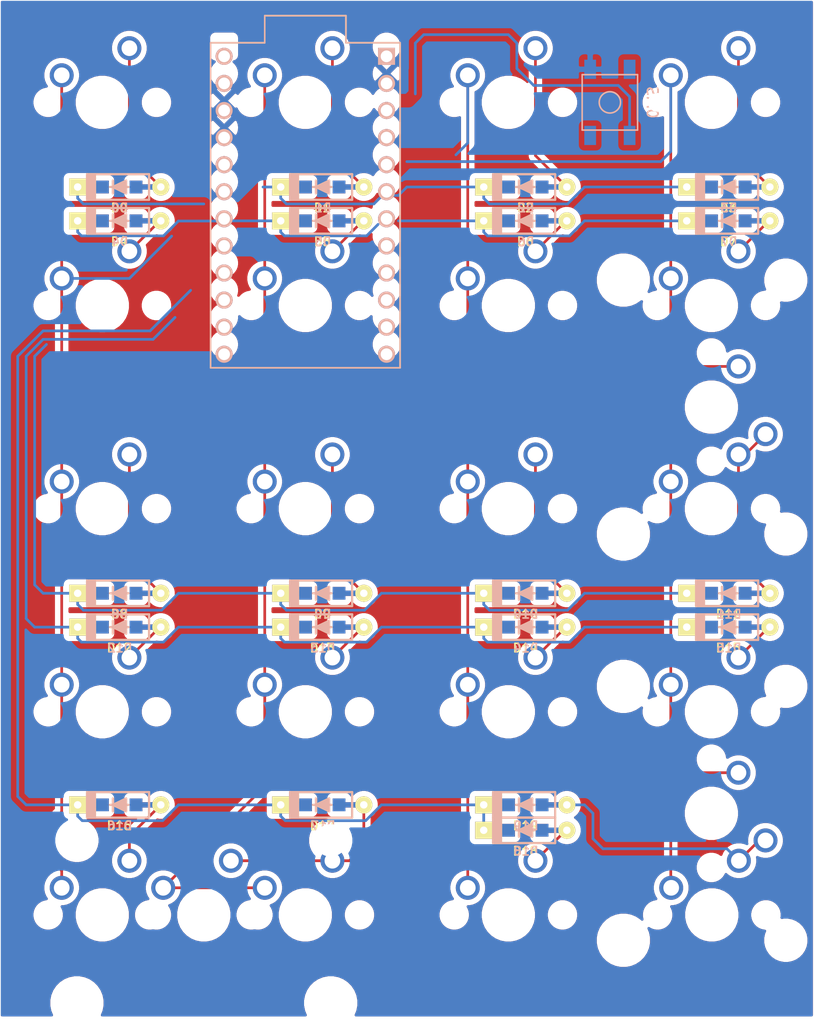
<source format=kicad_pcb>
(kicad_pcb (version 20171130) (host pcbnew "(5.1.4)-1")
  (layers (0 F.Cu signal) (31 B.Cu signal) (34 B.Paste user) (35 F.Paste user) (36 B.SilkS user) (37 F.SilkS user) (38 B.Mask user) (39 F.Mask user) (44 Edge.Cuts user))
  (net 0 "")
  (net 1 "Net-(D0-Pad2)")
  (net 2 ROW0)
  (net 3 "Net-(D1-Pad2)")
  (net 4 "Net-(D2-Pad2)")
  (net 5 "Net-(D3-Pad2)")
  (net 6 "Net-(D4-Pad2)")
  (net 7 ROW1)
  (net 8 "Net-(D5-Pad2)")
  (net 9 "Net-(D6-Pad2)")
  (net 10 "Net-(D7-Pad2)")
  (net 11 "Net-(D8-Pad2)")
  (net 12 ROW2)
  (net 13 "Net-(D9-Pad2)")
  (net 14 "Net-(D10-Pad2)")
  (net 15 "Net-(D11-Pad2)")
  (net 16 "Net-(D12-Pad2)")
  (net 17 ROW3)
  (net 18 "Net-(D13-Pad2)")
  (net 19 "Net-(D14-Pad2)")
  (net 20 "Net-(D15-Pad2)")
  (net 21 "Net-(D16-Pad2)")
  (net 22 ROW4)
  (net 23 "Net-(D17-Pad2)")
  (net 24 "Net-(D18-Pad2)")
  (net 25 "Net-(D19-Pad2)")
  (net 26 COL0)
  (net 27 COL1)
  (net 28 COL2)
  (net 29 COL3)
  (net 30 "Net-(U0-Pad24)")
  (net 31 GND)
  (net 32 RESET)
  (net 33 VCC)
  (net 34 "Net-(U0-Pad17)")
  (net 35 "Net-(U0-Pad16)")
  (net 36 "Net-(U0-Pad15)")
  (net 37 "Net-(U0-Pad14)")
  (net 38 "Net-(U0-Pad13)")
  (net 39 "Net-(U0-Pad6)")
  (net 40 "Net-(U0-Pad5)")
  (net 41 "Net-(U0-Pad2)")
  (net 42 "Net-(U0-Pad1)")
  (module mini-MX-Tweaks:MXOnly-1U-NoLED_tweak (layer F.Cu) (at 71.4375 60.325)
    (fp_text reference MX6)
    (fp_text value MX-NoLED)
    (pad 2 thru_hole circle (at 2.54 -5.08) (size 2.25 2.25) (drill 1.47) (layers *.Cu *.Mask) (net 9 "Net-(D6-Pad2)"))
    (pad "" np_thru_hole circle (at 0 0) (size 3.9878 3.9878) (drill 3.9878) (layers *.Cu *.Mask))
    (pad 1 thru_hole circle (at -3.81 -2.54) (size 2.25 2.25) (drill 1.47) (layers *.Cu *.Mask) (net 28 COL2))
    (pad "" np_thru_hole circle (at -5.08 0 48.0996) (size 1.75 1.75) (drill 1.75) (layers *.Cu *.Mask))
    (pad "" np_thru_hole circle (at 5.08 0 48.0996) (size 1.75 1.75) (drill 1.75) (layers *.Cu *.Mask))
  )
  (module mini-MX-Tweaks:MXOnly-1U-NoLED_tweak (layer F.Cu) (at 52.3875 41.275)
    (fp_text reference MX1)
    (fp_text value MX-NoLED)
    (pad 2 thru_hole circle (at 2.54 -5.08) (size 2.25 2.25) (drill 1.47) (layers *.Cu *.Mask) (net 3 "Net-(D1-Pad2)"))
    (pad "" np_thru_hole circle (at 0 0) (size 3.9878 3.9878) (drill 3.9878) (layers *.Cu *.Mask))
    (pad 1 thru_hole circle (at -3.81 -2.54) (size 2.25 2.25) (drill 1.47) (layers *.Cu *.Mask) (net 27 COL1))
    (pad "" np_thru_hole circle (at -5.08 0 48.0996) (size 1.75 1.75) (drill 1.75) (layers *.Cu *.Mask))
    (pad "" np_thru_hole circle (at 5.08 0 48.0996) (size 1.75 1.75) (drill 1.75) (layers *.Cu *.Mask))
  )
  (module mini-general-tweaks:D_SOD123_axial-dual (layer F.Cu) (at 34.925 52.3875)
    (fp_text reference D4 (at 0 1.9552) (layer F.SilkS) (effects (font (size 0.8 0.8))))
    (fp_text value D_Small hide)
    (fp_text user %R (at 0.07 1.96 -180) (layer B.SilkS) (effects (font (size 0.8 0.8)) (justify mirror)))
    (pad 2 smd rect (at 2.7 0) (size 2.5 0.5) (layers F.Cu) (net 6 "Net-(D4-Pad2)"))
    (pad 1 smd rect (at -2.7 0) (size 2.5 0.5) (layers F.Cu) (net 7 ROW1))
    (pad 2 thru_hole circle (at 3.9 0) (size 1.6 1.6) (drill 0.7) (layers *.Cu *.Mask F.SilkS) (net 6 "Net-(D4-Pad2)"))
    (pad 1 thru_hole rect (at -3.9 0) (size 1.6 1.6) (drill 0.7) (layers *.Cu *.Mask F.SilkS) (net 7 ROW1))
    (pad 1 smd rect (at -1.575 0) (size 1.2 1.2) (layers F.Cu F.Paste F.Mask) (net 7 ROW1))
    (pad 2 smd rect (at 1.575 0) (size 1.2 1.2) (layers F.Cu F.Paste F.Mask) (net 6 "Net-(D4-Pad2)"))
    (pad 2 smd rect (at 2.7 0) (size 2.5 0.5) (layers B.Cu) (net 6 "Net-(D4-Pad2)"))
    (pad 2 smd rect (at 1.575 0) (size 1.2 1.2) (layers B.Cu B.Paste B.Mask) (net 6 "Net-(D4-Pad2)"))
    (pad 1 smd rect (at -1.575 0) (size 1.2 1.2) (layers B.Cu B.Paste B.Mask) (net 7 ROW1))
    (pad 1 smd rect (at -2.7 0) (size 2.5 0.5) (layers B.Cu) (net 7 ROW1))
  )
  (module promicro:ProMicro (layer B.Cu) (at 52.3875 50.927 270)
    (fp_text reference U0 hide)
    (fp_text value ProMicro)
    (pad 24 thru_hole circle (at -13.97 7.62 270) (size 1.6 1.6) (drill 1.1) (layers *.Cu *.Mask B.SilkS) (net 30 "Net-(U0-Pad24)"))
    (pad 23 thru_hole circle (at -11.43 7.62 270) (size 1.6 1.6) (drill 1.1) (layers *.Cu *.Mask B.SilkS) (net 31 GND))
    (pad 22 thru_hole circle (at -8.89 7.62 270) (size 1.6 1.6) (drill 1.1) (layers *.Cu *.Mask B.SilkS) (net 32 RESET))
    (pad 21 thru_hole circle (at -6.35 7.62 270) (size 1.6 1.6) (drill 1.1) (layers *.Cu *.Mask B.SilkS) (net 33 VCC))
    (pad 20 thru_hole circle (at -3.81 7.62 270) (size 1.6 1.6) (drill 1.1) (layers *.Cu *.Mask B.SilkS) (net 28 COL2))
    (pad 19 thru_hole circle (at -1.27 7.62 270) (size 1.6 1.6) (drill 1.1) (layers *.Cu *.Mask B.SilkS) (net 29 COL3))
    (pad 18 thru_hole circle (at 1.27 7.62 270) (size 1.6 1.6) (drill 1.1) (layers *.Cu *.Mask B.SilkS) (net 7 ROW1))
    (pad 17 thru_hole circle (at 3.81 7.62 270) (size 1.6 1.6) (drill 1.1) (layers *.Cu *.Mask B.SilkS) (net 34 "Net-(U0-Pad17)"))
    (pad 16 thru_hole circle (at 6.35 7.62 270) (size 1.6 1.6) (drill 1.1) (layers *.Cu *.Mask B.SilkS) (net 35 "Net-(U0-Pad16)"))
    (pad 15 thru_hole circle (at 8.89 7.62 270) (size 1.6 1.6) (drill 1.1) (layers *.Cu *.Mask B.SilkS) (net 36 "Net-(U0-Pad15)"))
    (pad 14 thru_hole circle (at 11.43 7.62 270) (size 1.6 1.6) (drill 1.1) (layers *.Cu *.Mask B.SilkS) (net 37 "Net-(U0-Pad14)"))
    (pad 13 thru_hole circle (at 13.97 7.62 270) (size 1.6 1.6) (drill 1.1) (layers *.Cu *.Mask B.SilkS) (net 38 "Net-(U0-Pad13)"))
    (pad 12 thru_hole circle (at 13.97 -7.62 270) (size 1.6 1.6) (drill 1.1) (layers *.Cu *.Mask B.SilkS) (net 12 ROW2))
    (pad 11 thru_hole circle (at 11.43 -7.62 270) (size 1.6 1.6) (drill 1.1) (layers *.Cu *.Mask B.SilkS) (net 17 ROW3))
    (pad 10 thru_hole circle (at 8.89 -7.62 270) (size 1.6 1.6) (drill 1.1) (layers *.Cu *.Mask B.SilkS) (net 22 ROW4))
    (pad 9 thru_hole circle (at 6.35 -7.62 270) (size 1.6 1.6) (drill 1.1) (layers *.Cu *.Mask B.SilkS) (net 27 COL1))
    (pad 8 thru_hole circle (at 3.81 -7.62 270) (size 1.6 1.6) (drill 1.1) (layers *.Cu *.Mask B.SilkS) (net 26 COL0))
    (pad 7 thru_hole circle (at 1.27 -7.62 270) (size 1.6 1.6) (drill 1.1) (layers *.Cu *.Mask B.SilkS) (net 2 ROW0))
    (pad 6 thru_hole circle (at -1.27 -7.62 270) (size 1.6 1.6) (drill 1.1) (layers *.Cu *.Mask B.SilkS) (net 39 "Net-(U0-Pad6)"))
    (pad 5 thru_hole circle (at -3.81 -7.62 270) (size 1.6 1.6) (drill 1.1) (layers *.Cu *.Mask B.SilkS) (net 40 "Net-(U0-Pad5)"))
    (pad 4 thru_hole circle (at -6.35 -7.62 270) (size 1.6 1.6) (drill 1.1) (layers *.Cu *.Mask B.SilkS) (net 31 GND))
    (pad 3 thru_hole circle (at -8.89 -7.62 270) (size 1.6 1.6) (drill 1.1) (layers *.Cu *.Mask B.SilkS) (net 31 GND))
    (pad 2 thru_hole circle (at -11.43 -7.62 270) (size 1.6 1.6) (drill 1.1) (layers *.Cu *.Mask B.SilkS) (net 41 "Net-(U0-Pad2)"))
    (pad 1 thru_hole rect (at -13.97 -7.62 270) (size 1.6 1.6) (drill 1.1) (layers *.Cu *.Mask B.SilkS) (net 42 "Net-(U0-Pad1)"))
  )
  (module random-keyboard-parts:SKQG-1155865 (layer B.Cu) (at 80.9625 41.275 270)
    (fp_text reference SW0 (at 0 -4.064 270) (layer B.SilkS) (effects (justify mirror)))
    (fp_text value SW_Push)
    (pad 4 smd rect (at -3.1 -1.85 270) (size 1.8 1.1) (layers B.Cu B.Paste B.Mask))
    (pad 3 smd rect (at 3.1 1.85 270) (size 1.8 1.1) (layers B.Cu B.Paste B.Mask))
    (pad 2 smd rect (at -3.1 1.85 270) (size 1.8 1.1) (layers B.Cu B.Paste B.Mask) (net 31 GND))
    (pad 1 smd rect (at 3.1 -1.85 270) (size 1.8 1.1) (layers B.Cu B.Paste B.Mask) (net 32 RESET))
  )
  (module mini-MX-Tweaks:MXOnly-2U-NoLED_tweak (layer F.Cu) (at 90.4875 107.95 270)
    (fp_text reference MX22)
    (fp_text value MX-NoLED)
    (pad 2 thru_hole circle (at 2.54 -5.08 270) (size 2.25 2.25) (drill 1.47) (layers *.Cu *.Mask) (net 25 "Net-(D19-Pad2)"))
    (pad "" np_thru_hole circle (at 0 0 270) (size 3.9878 3.9878) (drill 3.9878) (layers *.Cu *.Mask))
    (pad 1 thru_hole circle (at -3.81 -2.54 270) (size 2.25 2.25) (drill 1.47) (layers *.Cu *.Mask) (net 29 COL3))
    (pad "" np_thru_hole circle (at -5.08 0 318.0996) (size 1.75 1.75) (drill 1.75) (layers *.Cu *.Mask))
    (pad "" np_thru_hole circle (at 5.08 0 318.0996) (size 1.75 1.75) (drill 1.75) (layers *.Cu *.Mask))
    (pad "" np_thru_hole circle (at -11.90625 -6.985 270) (size 3.048 3.048) (drill 3.048) (layers *.Cu *.Mask))
    (pad "" np_thru_hole circle (at 11.90625 -6.985 270) (size 3.048 3.048) (drill 3.048) (layers *.Cu *.Mask))
    (pad "" np_thru_hole circle (at -11.90625 8.255 270) (size 3.9878 3.9878) (drill 3.9878) (layers *.Cu *.Mask))
    (pad "" np_thru_hole circle (at 11.90625 8.255 270) (size 3.9878 3.9878) (drill 3.9878) (layers *.Cu *.Mask))
  )
  (module mini-MX-Tweaks:MXOnly-2U-NoLED_tweak (layer F.Cu) (at 42.8625 117.475)
    (fp_text reference MX21)
    (fp_text value MX-NoLED)
    (pad 2 thru_hole circle (at 2.54 -5.08) (size 2.25 2.25) (drill 1.47) (layers *.Cu *.Mask) (net 23 "Net-(D17-Pad2)"))
    (pad "" np_thru_hole circle (at 0 0) (size 3.9878 3.9878) (drill 3.9878) (layers *.Cu *.Mask))
    (pad 1 thru_hole circle (at -3.81 -2.54) (size 2.25 2.25) (drill 1.47) (layers *.Cu *.Mask) (net 27 COL1))
    (pad "" np_thru_hole circle (at -5.08 0 48.0996) (size 1.75 1.75) (drill 1.75) (layers *.Cu *.Mask))
    (pad "" np_thru_hole circle (at 5.08 0 48.0996) (size 1.75 1.75) (drill 1.75) (layers *.Cu *.Mask))
    (pad "" np_thru_hole circle (at -11.90625 -6.985) (size 3.048 3.048) (drill 3.048) (layers *.Cu *.Mask))
    (pad "" np_thru_hole circle (at 11.90625 -6.985) (size 3.048 3.048) (drill 3.048) (layers *.Cu *.Mask))
    (pad "" np_thru_hole circle (at -11.90625 8.255) (size 3.9878 3.9878) (drill 3.9878) (layers *.Cu *.Mask))
    (pad "" np_thru_hole circle (at 11.90625 8.255) (size 3.9878 3.9878) (drill 3.9878) (layers *.Cu *.Mask))
  )
  (module mini-MX-Tweaks:MXOnly-2U-NoLED_tweak (layer F.Cu) (at 90.4875 69.85 270)
    (fp_text reference MX20)
    (fp_text value MX-NoLED)
    (pad 2 thru_hole circle (at 2.54 -5.08 270) (size 2.25 2.25) (drill 1.47) (layers *.Cu *.Mask) (net 15 "Net-(D11-Pad2)"))
    (pad "" np_thru_hole circle (at 0 0 270) (size 3.9878 3.9878) (drill 3.9878) (layers *.Cu *.Mask))
    (pad 1 thru_hole circle (at -3.81 -2.54 270) (size 2.25 2.25) (drill 1.47) (layers *.Cu *.Mask) (net 29 COL3))
    (pad "" np_thru_hole circle (at -5.08 0 318.0996) (size 1.75 1.75) (drill 1.75) (layers *.Cu *.Mask))
    (pad "" np_thru_hole circle (at 5.08 0 318.0996) (size 1.75 1.75) (drill 1.75) (layers *.Cu *.Mask))
    (pad "" np_thru_hole circle (at -11.90625 -6.985 270) (size 3.048 3.048) (drill 3.048) (layers *.Cu *.Mask))
    (pad "" np_thru_hole circle (at 11.90625 -6.985 270) (size 3.048 3.048) (drill 3.048) (layers *.Cu *.Mask))
    (pad "" np_thru_hole circle (at -11.90625 8.255 270) (size 3.9878 3.9878) (drill 3.9878) (layers *.Cu *.Mask))
    (pad "" np_thru_hole circle (at 11.90625 8.255 270) (size 3.9878 3.9878) (drill 3.9878) (layers *.Cu *.Mask))
  )
  (module mini-MX-Tweaks:MXOnly-1U-NoLED_tweak (layer F.Cu) (at 90.526001 117.475)
    (fp_text reference MX19)
    (fp_text value MX-NoLED)
    (pad 2 thru_hole circle (at 2.54 -5.08) (size 2.25 2.25) (drill 1.47) (layers *.Cu *.Mask) (net 25 "Net-(D19-Pad2)"))
    (pad "" np_thru_hole circle (at 0 0) (size 3.9878 3.9878) (drill 3.9878) (layers *.Cu *.Mask))
    (pad 1 thru_hole circle (at -3.81 -2.54) (size 2.25 2.25) (drill 1.47) (layers *.Cu *.Mask) (net 29 COL3))
    (pad "" np_thru_hole circle (at -5.08 0 48.0996) (size 1.75 1.75) (drill 1.75) (layers *.Cu *.Mask))
    (pad "" np_thru_hole circle (at 5.08 0 48.0996) (size 1.75 1.75) (drill 1.75) (layers *.Cu *.Mask))
  )
  (module mini-MX-Tweaks:MXOnly-1U-NoLED_tweak (layer F.Cu) (at 71.4375 117.475)
    (fp_text reference MX18)
    (fp_text value MX-NoLED)
    (pad 2 thru_hole circle (at 2.54 -5.08) (size 2.25 2.25) (drill 1.47) (layers *.Cu *.Mask) (net 24 "Net-(D18-Pad2)"))
    (pad "" np_thru_hole circle (at 0 0) (size 3.9878 3.9878) (drill 3.9878) (layers *.Cu *.Mask))
    (pad 1 thru_hole circle (at -3.81 -2.54) (size 2.25 2.25) (drill 1.47) (layers *.Cu *.Mask) (net 28 COL2))
    (pad "" np_thru_hole circle (at -5.08 0 48.0996) (size 1.75 1.75) (drill 1.75) (layers *.Cu *.Mask))
    (pad "" np_thru_hole circle (at 5.08 0 48.0996) (size 1.75 1.75) (drill 1.75) (layers *.Cu *.Mask))
  )
  (module mini-MX-Tweaks:MXOnly-1U-NoLED_tweak (layer F.Cu) (at 52.3875 117.475)
    (fp_text reference MX17)
    (fp_text value MX-NoLED)
    (pad 2 thru_hole circle (at 2.54 -5.08) (size 2.25 2.25) (drill 1.47) (layers *.Cu *.Mask) (net 23 "Net-(D17-Pad2)"))
    (pad "" np_thru_hole circle (at 0 0) (size 3.9878 3.9878) (drill 3.9878) (layers *.Cu *.Mask))
    (pad 1 thru_hole circle (at -3.81 -2.54) (size 2.25 2.25) (drill 1.47) (layers *.Cu *.Mask) (net 27 COL1))
    (pad "" np_thru_hole circle (at -5.08 0 48.0996) (size 1.75 1.75) (drill 1.75) (layers *.Cu *.Mask))
    (pad "" np_thru_hole circle (at 5.08 0 48.0996) (size 1.75 1.75) (drill 1.75) (layers *.Cu *.Mask))
  )
  (module mini-MX-Tweaks:MXOnly-1U-NoLED_tweak (layer F.Cu) (at 33.3375 117.475)
    (fp_text reference MX16)
    (fp_text value MX-NoLED)
    (pad 2 thru_hole circle (at 2.54 -5.08) (size 2.25 2.25) (drill 1.47) (layers *.Cu *.Mask) (net 21 "Net-(D16-Pad2)"))
    (pad "" np_thru_hole circle (at 0 0) (size 3.9878 3.9878) (drill 3.9878) (layers *.Cu *.Mask))
    (pad 1 thru_hole circle (at -3.81 -2.54) (size 2.25 2.25) (drill 1.47) (layers *.Cu *.Mask) (net 26 COL0))
    (pad "" np_thru_hole circle (at -5.08 0 48.0996) (size 1.75 1.75) (drill 1.75) (layers *.Cu *.Mask))
    (pad "" np_thru_hole circle (at 5.08 0 48.0996) (size 1.75 1.75) (drill 1.75) (layers *.Cu *.Mask))
  )
  (module mini-MX-Tweaks:MXOnly-1U-NoLED_tweak (layer F.Cu) (at 90.4875 98.425)
    (fp_text reference MX15)
    (fp_text value MX-NoLED)
    (pad 2 thru_hole circle (at 2.54 -5.08) (size 2.25 2.25) (drill 1.47) (layers *.Cu *.Mask) (net 20 "Net-(D15-Pad2)"))
    (pad "" np_thru_hole circle (at 0 0) (size 3.9878 3.9878) (drill 3.9878) (layers *.Cu *.Mask))
    (pad 1 thru_hole circle (at -3.81 -2.54) (size 2.25 2.25) (drill 1.47) (layers *.Cu *.Mask) (net 29 COL3))
    (pad "" np_thru_hole circle (at -5.08 0 48.0996) (size 1.75 1.75) (drill 1.75) (layers *.Cu *.Mask))
    (pad "" np_thru_hole circle (at 5.08 0 48.0996) (size 1.75 1.75) (drill 1.75) (layers *.Cu *.Mask))
  )
  (module mini-MX-Tweaks:MXOnly-1U-NoLED_tweak (layer F.Cu) (at 71.4375 98.425)
    (fp_text reference MX14)
    (fp_text value MX-NoLED)
    (pad 2 thru_hole circle (at 2.54 -5.08) (size 2.25 2.25) (drill 1.47) (layers *.Cu *.Mask) (net 19 "Net-(D14-Pad2)"))
    (pad "" np_thru_hole circle (at 0 0) (size 3.9878 3.9878) (drill 3.9878) (layers *.Cu *.Mask))
    (pad 1 thru_hole circle (at -3.81 -2.54) (size 2.25 2.25) (drill 1.47) (layers *.Cu *.Mask) (net 28 COL2))
    (pad "" np_thru_hole circle (at -5.08 0 48.0996) (size 1.75 1.75) (drill 1.75) (layers *.Cu *.Mask))
    (pad "" np_thru_hole circle (at 5.08 0 48.0996) (size 1.75 1.75) (drill 1.75) (layers *.Cu *.Mask))
  )
  (module mini-MX-Tweaks:MXOnly-1U-NoLED_tweak (layer F.Cu) (at 52.3875 98.425)
    (fp_text reference MX13)
    (fp_text value MX-NoLED)
    (pad 2 thru_hole circle (at 2.54 -5.08) (size 2.25 2.25) (drill 1.47) (layers *.Cu *.Mask) (net 18 "Net-(D13-Pad2)"))
    (pad "" np_thru_hole circle (at 0 0) (size 3.9878 3.9878) (drill 3.9878) (layers *.Cu *.Mask))
    (pad 1 thru_hole circle (at -3.81 -2.54) (size 2.25 2.25) (drill 1.47) (layers *.Cu *.Mask) (net 27 COL1))
    (pad "" np_thru_hole circle (at -5.08 0 48.0996) (size 1.75 1.75) (drill 1.75) (layers *.Cu *.Mask))
    (pad "" np_thru_hole circle (at 5.08 0 48.0996) (size 1.75 1.75) (drill 1.75) (layers *.Cu *.Mask))
  )
  (module mini-MX-Tweaks:MXOnly-1U-NoLED_tweak (layer F.Cu) (at 33.3375 98.425)
    (fp_text reference MX12)
    (fp_text value MX-NoLED)
    (pad 2 thru_hole circle (at 2.54 -5.08) (size 2.25 2.25) (drill 1.47) (layers *.Cu *.Mask) (net 16 "Net-(D12-Pad2)"))
    (pad "" np_thru_hole circle (at 0 0) (size 3.9878 3.9878) (drill 3.9878) (layers *.Cu *.Mask))
    (pad 1 thru_hole circle (at -3.81 -2.54) (size 2.25 2.25) (drill 1.47) (layers *.Cu *.Mask) (net 26 COL0))
    (pad "" np_thru_hole circle (at -5.08 0 48.0996) (size 1.75 1.75) (drill 1.75) (layers *.Cu *.Mask))
    (pad "" np_thru_hole circle (at 5.08 0 48.0996) (size 1.75 1.75) (drill 1.75) (layers *.Cu *.Mask))
  )
  (module mini-MX-Tweaks:MXOnly-1U-NoLED_tweak (layer F.Cu) (at 90.4875 79.375)
    (fp_text reference MX11)
    (fp_text value MX-NoLED)
    (pad 2 thru_hole circle (at 2.54 -5.08) (size 2.25 2.25) (drill 1.47) (layers *.Cu *.Mask) (net 15 "Net-(D11-Pad2)"))
    (pad "" np_thru_hole circle (at 0 0) (size 3.9878 3.9878) (drill 3.9878) (layers *.Cu *.Mask))
    (pad 1 thru_hole circle (at -3.81 -2.54) (size 2.25 2.25) (drill 1.47) (layers *.Cu *.Mask) (net 29 COL3))
    (pad "" np_thru_hole circle (at -5.08 0 48.0996) (size 1.75 1.75) (drill 1.75) (layers *.Cu *.Mask))
    (pad "" np_thru_hole circle (at 5.08 0 48.0996) (size 1.75 1.75) (drill 1.75) (layers *.Cu *.Mask))
  )
  (module mini-MX-Tweaks:MXOnly-1U-NoLED_tweak (layer F.Cu) (at 71.4375 79.375)
    (fp_text reference MX10)
    (fp_text value MX-NoLED)
    (pad 2 thru_hole circle (at 2.54 -5.08) (size 2.25 2.25) (drill 1.47) (layers *.Cu *.Mask) (net 14 "Net-(D10-Pad2)"))
    (pad "" np_thru_hole circle (at 0 0) (size 3.9878 3.9878) (drill 3.9878) (layers *.Cu *.Mask))
    (pad 1 thru_hole circle (at -3.81 -2.54) (size 2.25 2.25) (drill 1.47) (layers *.Cu *.Mask) (net 28 COL2))
    (pad "" np_thru_hole circle (at -5.08 0 48.0996) (size 1.75 1.75) (drill 1.75) (layers *.Cu *.Mask))
    (pad "" np_thru_hole circle (at 5.08 0 48.0996) (size 1.75 1.75) (drill 1.75) (layers *.Cu *.Mask))
  )
  (module mini-MX-Tweaks:MXOnly-1U-NoLED_tweak (layer F.Cu) (at 52.3875 79.375)
    (fp_text reference MX9)
    (fp_text value MX-NoLED)
    (pad 2 thru_hole circle (at 2.54 -5.08) (size 2.25 2.25) (drill 1.47) (layers *.Cu *.Mask) (net 13 "Net-(D9-Pad2)"))
    (pad "" np_thru_hole circle (at 0 0) (size 3.9878 3.9878) (drill 3.9878) (layers *.Cu *.Mask))
    (pad 1 thru_hole circle (at -3.81 -2.54) (size 2.25 2.25) (drill 1.47) (layers *.Cu *.Mask) (net 27 COL1))
    (pad "" np_thru_hole circle (at -5.08 0 48.0996) (size 1.75 1.75) (drill 1.75) (layers *.Cu *.Mask))
    (pad "" np_thru_hole circle (at 5.08 0 48.0996) (size 1.75 1.75) (drill 1.75) (layers *.Cu *.Mask))
  )
  (module mini-MX-Tweaks:MXOnly-1U-NoLED_tweak (layer F.Cu) (at 33.3375 79.375)
    (fp_text reference MX8)
    (fp_text value MX-NoLED)
    (pad 2 thru_hole circle (at 2.54 -5.08) (size 2.25 2.25) (drill 1.47) (layers *.Cu *.Mask) (net 11 "Net-(D8-Pad2)"))
    (pad "" np_thru_hole circle (at 0 0) (size 3.9878 3.9878) (drill 3.9878) (layers *.Cu *.Mask))
    (pad 1 thru_hole circle (at -3.81 -2.54) (size 2.25 2.25) (drill 1.47) (layers *.Cu *.Mask) (net 26 COL0))
    (pad "" np_thru_hole circle (at -5.08 0 48.0996) (size 1.75 1.75) (drill 1.75) (layers *.Cu *.Mask))
    (pad "" np_thru_hole circle (at 5.08 0 48.0996) (size 1.75 1.75) (drill 1.75) (layers *.Cu *.Mask))
  )
  (module mini-MX-Tweaks:MXOnly-1U-NoLED_tweak (layer F.Cu) (at 90.4875 60.325)
    (fp_text reference MX7)
    (fp_text value MX-NoLED)
    (pad 2 thru_hole circle (at 2.54 -5.08) (size 2.25 2.25) (drill 1.47) (layers *.Cu *.Mask) (net 10 "Net-(D7-Pad2)"))
    (pad "" np_thru_hole circle (at 0 0) (size 3.9878 3.9878) (drill 3.9878) (layers *.Cu *.Mask))
    (pad 1 thru_hole circle (at -3.81 -2.54) (size 2.25 2.25) (drill 1.47) (layers *.Cu *.Mask) (net 29 COL3))
    (pad "" np_thru_hole circle (at -5.08 0 48.0996) (size 1.75 1.75) (drill 1.75) (layers *.Cu *.Mask))
    (pad "" np_thru_hole circle (at 5.08 0 48.0996) (size 1.75 1.75) (drill 1.75) (layers *.Cu *.Mask))
  )
  (module mini-MX-Tweaks:MXOnly-1U-NoLED_tweak (layer F.Cu) (at 52.3875 60.325)
    (fp_text reference MX5)
    (fp_text value MX-NoLED)
    (pad 2 thru_hole circle (at 2.54 -5.08) (size 2.25 2.25) (drill 1.47) (layers *.Cu *.Mask) (net 8 "Net-(D5-Pad2)"))
    (pad "" np_thru_hole circle (at 0 0) (size 3.9878 3.9878) (drill 3.9878) (layers *.Cu *.Mask))
    (pad 1 thru_hole circle (at -3.81 -2.54) (size 2.25 2.25) (drill 1.47) (layers *.Cu *.Mask) (net 27 COL1))
    (pad "" np_thru_hole circle (at -5.08 0 48.0996) (size 1.75 1.75) (drill 1.75) (layers *.Cu *.Mask))
    (pad "" np_thru_hole circle (at 5.08 0 48.0996) (size 1.75 1.75) (drill 1.75) (layers *.Cu *.Mask))
  )
  (module mini-MX-Tweaks:MXOnly-1U-NoLED_tweak (layer F.Cu) (at 33.3375 60.325)
    (fp_text reference MX4)
    (fp_text value MX-NoLED)
    (pad 2 thru_hole circle (at 2.54 -5.08) (size 2.25 2.25) (drill 1.47) (layers *.Cu *.Mask) (net 6 "Net-(D4-Pad2)"))
    (pad "" np_thru_hole circle (at 0 0) (size 3.9878 3.9878) (drill 3.9878) (layers *.Cu *.Mask))
    (pad 1 thru_hole circle (at -3.81 -2.54) (size 2.25 2.25) (drill 1.47) (layers *.Cu *.Mask) (net 26 COL0))
    (pad "" np_thru_hole circle (at -5.08 0 48.0996) (size 1.75 1.75) (drill 1.75) (layers *.Cu *.Mask))
    (pad "" np_thru_hole circle (at 5.08 0 48.0996) (size 1.75 1.75) (drill 1.75) (layers *.Cu *.Mask))
  )
  (module mini-MX-Tweaks:MXOnly-1U-NoLED_tweak (layer F.Cu) (at 90.4875 41.275)
    (fp_text reference MX3)
    (fp_text value MX-NoLED)
    (pad 2 thru_hole circle (at 2.54 -5.08) (size 2.25 2.25) (drill 1.47) (layers *.Cu *.Mask) (net 5 "Net-(D3-Pad2)"))
    (pad "" np_thru_hole circle (at 0 0) (size 3.9878 3.9878) (drill 3.9878) (layers *.Cu *.Mask))
    (pad 1 thru_hole circle (at -3.81 -2.54) (size 2.25 2.25) (drill 1.47) (layers *.Cu *.Mask) (net 29 COL3))
    (pad "" np_thru_hole circle (at -5.08 0 48.0996) (size 1.75 1.75) (drill 1.75) (layers *.Cu *.Mask))
    (pad "" np_thru_hole circle (at 5.08 0 48.0996) (size 1.75 1.75) (drill 1.75) (layers *.Cu *.Mask))
  )
  (module mini-MX-Tweaks:MXOnly-1U-NoLED_tweak (layer F.Cu) (at 71.4375 41.275)
    (fp_text reference MX2)
    (fp_text value MX-NoLED)
    (pad 2 thru_hole circle (at 2.54 -5.08) (size 2.25 2.25) (drill 1.47) (layers *.Cu *.Mask) (net 4 "Net-(D2-Pad2)"))
    (pad "" np_thru_hole circle (at 0 0) (size 3.9878 3.9878) (drill 3.9878) (layers *.Cu *.Mask))
    (pad 1 thru_hole circle (at -3.81 -2.54) (size 2.25 2.25) (drill 1.47) (layers *.Cu *.Mask) (net 28 COL2))
    (pad "" np_thru_hole circle (at -5.08 0 48.0996) (size 1.75 1.75) (drill 1.75) (layers *.Cu *.Mask))
    (pad "" np_thru_hole circle (at 5.08 0 48.0996) (size 1.75 1.75) (drill 1.75) (layers *.Cu *.Mask))
  )
  (module mini-MX-Tweaks:MXOnly-1U-NoLED_tweak (layer F.Cu) (at 33.3375 41.275)
    (fp_text reference MX0)
    (fp_text value MX-NoLED)
    (pad 2 thru_hole circle (at 2.54 -5.08) (size 2.25 2.25) (drill 1.47) (layers *.Cu *.Mask) (net 1 "Net-(D0-Pad2)"))
    (pad "" np_thru_hole circle (at 0 0) (size 3.9878 3.9878) (drill 3.9878) (layers *.Cu *.Mask))
    (pad 1 thru_hole circle (at -3.81 -2.54) (size 2.25 2.25) (drill 1.47) (layers *.Cu *.Mask) (net 26 COL0))
    (pad "" np_thru_hole circle (at -5.08 0 48.0996) (size 1.75 1.75) (drill 1.75) (layers *.Cu *.Mask))
    (pad "" np_thru_hole circle (at 5.08 0 48.0996) (size 1.75 1.75) (drill 1.75) (layers *.Cu *.Mask))
  )
  (module mini-general-tweaks:D_SOD123_axial-dual (layer F.Cu) (at 73.025 107.15625)
    (fp_text reference D19 (at 0 1.9552) (layer F.SilkS) (effects (font (size 0.8 0.8))))
    (fp_text value D_Small hide)
    (fp_text user %R (at 0.07 1.96 180) (layer B.SilkS) (effects (font (size 0.8 0.8)) (justify mirror)))
    (pad 2 smd rect (at 2.7 0) (size 2.5 0.5) (layers F.Cu) (net 25 "Net-(D19-Pad2)"))
    (pad 1 smd rect (at -2.7 0) (size 2.5 0.5) (layers F.Cu) (net 22 ROW4))
    (pad 2 thru_hole circle (at 3.9 0) (size 1.6 1.6) (drill 0.7) (layers *.Cu *.Mask F.SilkS) (net 25 "Net-(D19-Pad2)"))
    (pad 1 thru_hole rect (at -3.9 0) (size 1.6 1.6) (drill 0.7) (layers *.Cu *.Mask F.SilkS) (net 22 ROW4))
    (pad 1 smd rect (at -1.575 0) (size 1.2 1.2) (layers F.Cu F.Paste F.Mask) (net 22 ROW4))
    (pad 2 smd rect (at 1.575 0) (size 1.2 1.2) (layers F.Cu F.Paste F.Mask) (net 25 "Net-(D19-Pad2)"))
    (pad 2 smd rect (at 2.7 0) (size 2.5 0.5) (layers B.Cu) (net 25 "Net-(D19-Pad2)"))
    (pad 2 smd rect (at 1.575 0) (size 1.2 1.2) (layers B.Cu B.Paste B.Mask) (net 25 "Net-(D19-Pad2)"))
    (pad 1 smd rect (at -1.575 0) (size 1.2 1.2) (layers B.Cu B.Paste B.Mask) (net 22 ROW4))
    (pad 1 smd rect (at -2.7 0) (size 2.5 0.5) (layers B.Cu) (net 22 ROW4))
  )
  (module mini-general-tweaks:D_SOD123_axial-dual (layer F.Cu) (at 73.025 109.5375)
    (fp_text reference D18 (at 0 1.9552) (layer F.SilkS) (effects (font (size 0.8 0.8))))
    (fp_text value D_Small hide)
    (fp_text user %R (at 0.07 1.96 -180) (layer B.SilkS) (effects (font (size 0.8 0.8)) (justify mirror)))
    (pad 2 smd rect (at 2.7 0) (size 2.5 0.5) (layers F.Cu) (net 24 "Net-(D18-Pad2)"))
    (pad 1 smd rect (at -2.7 0) (size 2.5 0.5) (layers F.Cu) (net 22 ROW4))
    (pad 2 thru_hole circle (at 3.9 0) (size 1.6 1.6) (drill 0.7) (layers *.Cu *.Mask F.SilkS) (net 24 "Net-(D18-Pad2)"))
    (pad 1 thru_hole rect (at -3.9 0) (size 1.6 1.6) (drill 0.7) (layers *.Cu *.Mask F.SilkS) (net 22 ROW4))
    (pad 1 smd rect (at -1.575 0) (size 1.2 1.2) (layers F.Cu F.Paste F.Mask) (net 22 ROW4))
    (pad 2 smd rect (at 1.575 0) (size 1.2 1.2) (layers F.Cu F.Paste F.Mask) (net 24 "Net-(D18-Pad2)"))
    (pad 2 smd rect (at 2.7 0) (size 2.5 0.5) (layers B.Cu) (net 24 "Net-(D18-Pad2)"))
    (pad 2 smd rect (at 1.575 0) (size 1.2 1.2) (layers B.Cu B.Paste B.Mask) (net 24 "Net-(D18-Pad2)"))
    (pad 1 smd rect (at -1.575 0) (size 1.2 1.2) (layers B.Cu B.Paste B.Mask) (net 22 ROW4))
    (pad 1 smd rect (at -2.7 0) (size 2.5 0.5) (layers B.Cu) (net 22 ROW4))
  )
  (module mini-general-tweaks:D_SOD123_axial-dual (layer F.Cu) (at 53.975 107.15625)
    (fp_text reference D17 (at 0 1.9552) (layer F.SilkS) (effects (font (size 0.8 0.8))))
    (fp_text value D_Small hide)
    (fp_text user %R (at 0.07 1.96 -180) (layer B.SilkS) (effects (font (size 0.8 0.8)) (justify mirror)))
    (pad 2 smd rect (at 2.7 0) (size 2.5 0.5) (layers F.Cu) (net 23 "Net-(D17-Pad2)"))
    (pad 1 smd rect (at -2.7 0) (size 2.5 0.5) (layers F.Cu) (net 22 ROW4))
    (pad 2 thru_hole circle (at 3.9 0) (size 1.6 1.6) (drill 0.7) (layers *.Cu *.Mask F.SilkS) (net 23 "Net-(D17-Pad2)"))
    (pad 1 thru_hole rect (at -3.9 0) (size 1.6 1.6) (drill 0.7) (layers *.Cu *.Mask F.SilkS) (net 22 ROW4))
    (pad 1 smd rect (at -1.575 0) (size 1.2 1.2) (layers F.Cu F.Paste F.Mask) (net 22 ROW4))
    (pad 2 smd rect (at 1.575 0) (size 1.2 1.2) (layers F.Cu F.Paste F.Mask) (net 23 "Net-(D17-Pad2)"))
    (pad 2 smd rect (at 2.7 0) (size 2.5 0.5) (layers B.Cu) (net 23 "Net-(D17-Pad2)"))
    (pad 2 smd rect (at 1.575 0) (size 1.2 1.2) (layers B.Cu B.Paste B.Mask) (net 23 "Net-(D17-Pad2)"))
    (pad 1 smd rect (at -1.575 0) (size 1.2 1.2) (layers B.Cu B.Paste B.Mask) (net 22 ROW4))
    (pad 1 smd rect (at -2.7 0) (size 2.5 0.5) (layers B.Cu) (net 22 ROW4))
  )
  (module mini-general-tweaks:D_SOD123_axial-dual (layer F.Cu) (at 34.925 107.15625)
    (fp_text reference D16 (at 0 1.9552) (layer F.SilkS) (effects (font (size 0.8 0.8))))
    (fp_text value D_Small hide)
    (fp_text user %R (at 0.07 1.96 180) (layer B.SilkS) (effects (font (size 0.8 0.8)) (justify mirror)))
    (pad 2 smd rect (at 2.7 0) (size 2.5 0.5) (layers F.Cu) (net 21 "Net-(D16-Pad2)"))
    (pad 1 smd rect (at -2.7 0) (size 2.5 0.5) (layers F.Cu) (net 22 ROW4))
    (pad 2 thru_hole circle (at 3.9 0) (size 1.6 1.6) (drill 0.7) (layers *.Cu *.Mask F.SilkS) (net 21 "Net-(D16-Pad2)"))
    (pad 1 thru_hole rect (at -3.9 0) (size 1.6 1.6) (drill 0.7) (layers *.Cu *.Mask F.SilkS) (net 22 ROW4))
    (pad 1 smd rect (at -1.575 0) (size 1.2 1.2) (layers F.Cu F.Paste F.Mask) (net 22 ROW4))
    (pad 2 smd rect (at 1.575 0) (size 1.2 1.2) (layers F.Cu F.Paste F.Mask) (net 21 "Net-(D16-Pad2)"))
    (pad 2 smd rect (at 2.7 0) (size 2.5 0.5) (layers B.Cu) (net 21 "Net-(D16-Pad2)"))
    (pad 2 smd rect (at 1.575 0) (size 1.2 1.2) (layers B.Cu B.Paste B.Mask) (net 21 "Net-(D16-Pad2)"))
    (pad 1 smd rect (at -1.575 0) (size 1.2 1.2) (layers B.Cu B.Paste B.Mask) (net 22 ROW4))
    (pad 1 smd rect (at -2.7 0) (size 2.5 0.5) (layers B.Cu) (net 22 ROW4))
  )
  (module mini-general-tweaks:D_SOD123_axial-dual (layer F.Cu) (at 92.075 90.4875)
    (fp_text reference D15 (at 0 1.9552) (layer F.SilkS) (effects (font (size 0.8 0.8))))
    (fp_text value D_Small hide)
    (fp_text user %R (at 0.07 1.96 -180) (layer B.SilkS) (effects (font (size 0.8 0.8)) (justify mirror)))
    (pad 2 smd rect (at 2.7 0) (size 2.5 0.5) (layers F.Cu) (net 20 "Net-(D15-Pad2)"))
    (pad 1 smd rect (at -2.7 0) (size 2.5 0.5) (layers F.Cu) (net 17 ROW3))
    (pad 2 thru_hole circle (at 3.9 0) (size 1.6 1.6) (drill 0.7) (layers *.Cu *.Mask F.SilkS) (net 20 "Net-(D15-Pad2)"))
    (pad 1 thru_hole rect (at -3.9 0) (size 1.6 1.6) (drill 0.7) (layers *.Cu *.Mask F.SilkS) (net 17 ROW3))
    (pad 1 smd rect (at -1.575 0) (size 1.2 1.2) (layers F.Cu F.Paste F.Mask) (net 17 ROW3))
    (pad 2 smd rect (at 1.575 0) (size 1.2 1.2) (layers F.Cu F.Paste F.Mask) (net 20 "Net-(D15-Pad2)"))
    (pad 2 smd rect (at 2.7 0) (size 2.5 0.5) (layers B.Cu) (net 20 "Net-(D15-Pad2)"))
    (pad 2 smd rect (at 1.575 0) (size 1.2 1.2) (layers B.Cu B.Paste B.Mask) (net 20 "Net-(D15-Pad2)"))
    (pad 1 smd rect (at -1.575 0) (size 1.2 1.2) (layers B.Cu B.Paste B.Mask) (net 17 ROW3))
    (pad 1 smd rect (at -2.7 0) (size 2.5 0.5) (layers B.Cu) (net 17 ROW3))
  )
  (module mini-general-tweaks:D_SOD123_axial-dual (layer F.Cu) (at 73.025 90.4875)
    (fp_text reference D14 (at 0 1.9552) (layer F.SilkS) (effects (font (size 0.8 0.8))))
    (fp_text value D_Small hide)
    (fp_text user %R (at 0.07 1.96 -180) (layer B.SilkS) (effects (font (size 0.8 0.8)) (justify mirror)))
    (pad 2 smd rect (at 2.7 0) (size 2.5 0.5) (layers F.Cu) (net 19 "Net-(D14-Pad2)"))
    (pad 1 smd rect (at -2.7 0) (size 2.5 0.5) (layers F.Cu) (net 17 ROW3))
    (pad 2 thru_hole circle (at 3.9 0) (size 1.6 1.6) (drill 0.7) (layers *.Cu *.Mask F.SilkS) (net 19 "Net-(D14-Pad2)"))
    (pad 1 thru_hole rect (at -3.9 0) (size 1.6 1.6) (drill 0.7) (layers *.Cu *.Mask F.SilkS) (net 17 ROW3))
    (pad 1 smd rect (at -1.575 0) (size 1.2 1.2) (layers F.Cu F.Paste F.Mask) (net 17 ROW3))
    (pad 2 smd rect (at 1.575 0) (size 1.2 1.2) (layers F.Cu F.Paste F.Mask) (net 19 "Net-(D14-Pad2)"))
    (pad 2 smd rect (at 2.7 0) (size 2.5 0.5) (layers B.Cu) (net 19 "Net-(D14-Pad2)"))
    (pad 2 smd rect (at 1.575 0) (size 1.2 1.2) (layers B.Cu B.Paste B.Mask) (net 19 "Net-(D14-Pad2)"))
    (pad 1 smd rect (at -1.575 0) (size 1.2 1.2) (layers B.Cu B.Paste B.Mask) (net 17 ROW3))
    (pad 1 smd rect (at -2.7 0) (size 2.5 0.5) (layers B.Cu) (net 17 ROW3))
  )
  (module mini-general-tweaks:D_SOD123_axial-dual (layer F.Cu) (at 53.975 90.4875)
    (fp_text reference D13 (at 0 1.9552) (layer F.SilkS) (effects (font (size 0.8 0.8))))
    (fp_text value D_Small hide)
    (fp_text user %R (at 0.07 1.96 -180) (layer B.SilkS) (effects (font (size 0.8 0.8)) (justify mirror)))
    (pad 2 smd rect (at 2.7 0) (size 2.5 0.5) (layers F.Cu) (net 18 "Net-(D13-Pad2)"))
    (pad 1 smd rect (at -2.7 0) (size 2.5 0.5) (layers F.Cu) (net 17 ROW3))
    (pad 2 thru_hole circle (at 3.9 0) (size 1.6 1.6) (drill 0.7) (layers *.Cu *.Mask F.SilkS) (net 18 "Net-(D13-Pad2)"))
    (pad 1 thru_hole rect (at -3.9 0) (size 1.6 1.6) (drill 0.7) (layers *.Cu *.Mask F.SilkS) (net 17 ROW3))
    (pad 1 smd rect (at -1.575 0) (size 1.2 1.2) (layers F.Cu F.Paste F.Mask) (net 17 ROW3))
    (pad 2 smd rect (at 1.575 0) (size 1.2 1.2) (layers F.Cu F.Paste F.Mask) (net 18 "Net-(D13-Pad2)"))
    (pad 2 smd rect (at 2.7 0) (size 2.5 0.5) (layers B.Cu) (net 18 "Net-(D13-Pad2)"))
    (pad 2 smd rect (at 1.575 0) (size 1.2 1.2) (layers B.Cu B.Paste B.Mask) (net 18 "Net-(D13-Pad2)"))
    (pad 1 smd rect (at -1.575 0) (size 1.2 1.2) (layers B.Cu B.Paste B.Mask) (net 17 ROW3))
    (pad 1 smd rect (at -2.7 0) (size 2.5 0.5) (layers B.Cu) (net 17 ROW3))
  )
  (module mini-general-tweaks:D_SOD123_axial-dual (layer F.Cu) (at 34.925 90.4875)
    (fp_text reference D12 (at 0 1.9552) (layer F.SilkS) (effects (font (size 0.8 0.8))))
    (fp_text value D_Small hide)
    (fp_text user %R (at 0.07 1.96 -180) (layer B.SilkS) (effects (font (size 0.8 0.8)) (justify mirror)))
    (pad 2 smd rect (at 2.7 0) (size 2.5 0.5) (layers F.Cu) (net 16 "Net-(D12-Pad2)"))
    (pad 1 smd rect (at -2.7 0) (size 2.5 0.5) (layers F.Cu) (net 17 ROW3))
    (pad 2 thru_hole circle (at 3.9 0) (size 1.6 1.6) (drill 0.7) (layers *.Cu *.Mask F.SilkS) (net 16 "Net-(D12-Pad2)"))
    (pad 1 thru_hole rect (at -3.9 0) (size 1.6 1.6) (drill 0.7) (layers *.Cu *.Mask F.SilkS) (net 17 ROW3))
    (pad 1 smd rect (at -1.575 0) (size 1.2 1.2) (layers F.Cu F.Paste F.Mask) (net 17 ROW3))
    (pad 2 smd rect (at 1.575 0) (size 1.2 1.2) (layers F.Cu F.Paste F.Mask) (net 16 "Net-(D12-Pad2)"))
    (pad 2 smd rect (at 2.7 0) (size 2.5 0.5) (layers B.Cu) (net 16 "Net-(D12-Pad2)"))
    (pad 2 smd rect (at 1.575 0) (size 1.2 1.2) (layers B.Cu B.Paste B.Mask) (net 16 "Net-(D12-Pad2)"))
    (pad 1 smd rect (at -1.575 0) (size 1.2 1.2) (layers B.Cu B.Paste B.Mask) (net 17 ROW3))
    (pad 1 smd rect (at -2.7 0) (size 2.5 0.5) (layers B.Cu) (net 17 ROW3))
  )
  (module mini-general-tweaks:D_SOD123_axial-dual (layer F.Cu) (at 92.075 87.3125)
    (fp_text reference D11 (at 0 1.9552) (layer F.SilkS) (effects (font (size 0.8 0.8))))
    (fp_text value D_Small hide)
    (fp_text user %R (at 0.07 1.96 -180) (layer B.SilkS) (effects (font (size 0.8 0.8)) (justify mirror)))
    (pad 2 smd rect (at 2.7 0) (size 2.5 0.5) (layers F.Cu) (net 15 "Net-(D11-Pad2)"))
    (pad 1 smd rect (at -2.7 0) (size 2.5 0.5) (layers F.Cu) (net 12 ROW2))
    (pad 2 thru_hole circle (at 3.9 0) (size 1.6 1.6) (drill 0.7) (layers *.Cu *.Mask F.SilkS) (net 15 "Net-(D11-Pad2)"))
    (pad 1 thru_hole rect (at -3.9 0) (size 1.6 1.6) (drill 0.7) (layers *.Cu *.Mask F.SilkS) (net 12 ROW2))
    (pad 1 smd rect (at -1.575 0) (size 1.2 1.2) (layers F.Cu F.Paste F.Mask) (net 12 ROW2))
    (pad 2 smd rect (at 1.575 0) (size 1.2 1.2) (layers F.Cu F.Paste F.Mask) (net 15 "Net-(D11-Pad2)"))
    (pad 2 smd rect (at 2.7 0) (size 2.5 0.5) (layers B.Cu) (net 15 "Net-(D11-Pad2)"))
    (pad 2 smd rect (at 1.575 0) (size 1.2 1.2) (layers B.Cu B.Paste B.Mask) (net 15 "Net-(D11-Pad2)"))
    (pad 1 smd rect (at -1.575 0) (size 1.2 1.2) (layers B.Cu B.Paste B.Mask) (net 12 ROW2))
    (pad 1 smd rect (at -2.7 0) (size 2.5 0.5) (layers B.Cu) (net 12 ROW2))
  )
  (module mini-general-tweaks:D_SOD123_axial-dual (layer F.Cu) (at 73.025 87.3125)
    (fp_text reference D10 (at 0 1.9552) (layer F.SilkS) (effects (font (size 0.8 0.8))))
    (fp_text value D_Small hide)
    (fp_text user %R (at 0.07 1.96 -180) (layer B.SilkS) (effects (font (size 0.8 0.8)) (justify mirror)))
    (pad 2 smd rect (at 2.7 0) (size 2.5 0.5) (layers F.Cu) (net 14 "Net-(D10-Pad2)"))
    (pad 1 smd rect (at -2.7 0) (size 2.5 0.5) (layers F.Cu) (net 12 ROW2))
    (pad 2 thru_hole circle (at 3.9 0) (size 1.6 1.6) (drill 0.7) (layers *.Cu *.Mask F.SilkS) (net 14 "Net-(D10-Pad2)"))
    (pad 1 thru_hole rect (at -3.9 0) (size 1.6 1.6) (drill 0.7) (layers *.Cu *.Mask F.SilkS) (net 12 ROW2))
    (pad 1 smd rect (at -1.575 0) (size 1.2 1.2) (layers F.Cu F.Paste F.Mask) (net 12 ROW2))
    (pad 2 smd rect (at 1.575 0) (size 1.2 1.2) (layers F.Cu F.Paste F.Mask) (net 14 "Net-(D10-Pad2)"))
    (pad 2 smd rect (at 2.7 0) (size 2.5 0.5) (layers B.Cu) (net 14 "Net-(D10-Pad2)"))
    (pad 2 smd rect (at 1.575 0) (size 1.2 1.2) (layers B.Cu B.Paste B.Mask) (net 14 "Net-(D10-Pad2)"))
    (pad 1 smd rect (at -1.575 0) (size 1.2 1.2) (layers B.Cu B.Paste B.Mask) (net 12 ROW2))
    (pad 1 smd rect (at -2.7 0) (size 2.5 0.5) (layers B.Cu) (net 12 ROW2))
  )
  (module mini-general-tweaks:D_SOD123_axial-dual (layer F.Cu) (at 53.975 87.3125)
    (fp_text reference D9 (at 0 1.9552) (layer F.SilkS) (effects (font (size 0.8 0.8))))
    (fp_text value D_Small hide)
    (fp_text user %R (at 0.07 1.96 -180) (layer B.SilkS) (effects (font (size 0.8 0.8)) (justify mirror)))
    (pad 2 smd rect (at 2.7 0) (size 2.5 0.5) (layers F.Cu) (net 13 "Net-(D9-Pad2)"))
    (pad 1 smd rect (at -2.7 0) (size 2.5 0.5) (layers F.Cu) (net 12 ROW2))
    (pad 2 thru_hole circle (at 3.9 0) (size 1.6 1.6) (drill 0.7) (layers *.Cu *.Mask F.SilkS) (net 13 "Net-(D9-Pad2)"))
    (pad 1 thru_hole rect (at -3.9 0) (size 1.6 1.6) (drill 0.7) (layers *.Cu *.Mask F.SilkS) (net 12 ROW2))
    (pad 1 smd rect (at -1.575 0) (size 1.2 1.2) (layers F.Cu F.Paste F.Mask) (net 12 ROW2))
    (pad 2 smd rect (at 1.575 0) (size 1.2 1.2) (layers F.Cu F.Paste F.Mask) (net 13 "Net-(D9-Pad2)"))
    (pad 2 smd rect (at 2.7 0) (size 2.5 0.5) (layers B.Cu) (net 13 "Net-(D9-Pad2)"))
    (pad 2 smd rect (at 1.575 0) (size 1.2 1.2) (layers B.Cu B.Paste B.Mask) (net 13 "Net-(D9-Pad2)"))
    (pad 1 smd rect (at -1.575 0) (size 1.2 1.2) (layers B.Cu B.Paste B.Mask) (net 12 ROW2))
    (pad 1 smd rect (at -2.7 0) (size 2.5 0.5) (layers B.Cu) (net 12 ROW2))
  )
  (module mini-general-tweaks:D_SOD123_axial-dual (layer F.Cu) (at 34.925 87.3125)
    (fp_text reference D8 (at 0 1.9552) (layer F.SilkS) (effects (font (size 0.8 0.8))))
    (fp_text value D_Small hide)
    (fp_text user %R (at 0.07 1.96 -180) (layer B.SilkS) (effects (font (size 0.8 0.8)) (justify mirror)))
    (pad 2 smd rect (at 2.7 0) (size 2.5 0.5) (layers F.Cu) (net 11 "Net-(D8-Pad2)"))
    (pad 1 smd rect (at -2.7 0) (size 2.5 0.5) (layers F.Cu) (net 12 ROW2))
    (pad 2 thru_hole circle (at 3.9 0) (size 1.6 1.6) (drill 0.7) (layers *.Cu *.Mask F.SilkS) (net 11 "Net-(D8-Pad2)"))
    (pad 1 thru_hole rect (at -3.9 0) (size 1.6 1.6) (drill 0.7) (layers *.Cu *.Mask F.SilkS) (net 12 ROW2))
    (pad 1 smd rect (at -1.575 0) (size 1.2 1.2) (layers F.Cu F.Paste F.Mask) (net 12 ROW2))
    (pad 2 smd rect (at 1.575 0) (size 1.2 1.2) (layers F.Cu F.Paste F.Mask) (net 11 "Net-(D8-Pad2)"))
    (pad 2 smd rect (at 2.7 0) (size 2.5 0.5) (layers B.Cu) (net 11 "Net-(D8-Pad2)"))
    (pad 2 smd rect (at 1.575 0) (size 1.2 1.2) (layers B.Cu B.Paste B.Mask) (net 11 "Net-(D8-Pad2)"))
    (pad 1 smd rect (at -1.575 0) (size 1.2 1.2) (layers B.Cu B.Paste B.Mask) (net 12 ROW2))
    (pad 1 smd rect (at -2.7 0) (size 2.5 0.5) (layers B.Cu) (net 12 ROW2))
  )
  (module mini-general-tweaks:D_SOD123_axial-dual (layer F.Cu) (at 92.075 52.3875)
    (fp_text reference D7 (at 0 1.9552) (layer F.SilkS) (effects (font (size 0.8 0.8))))
    (fp_text value D_Small hide)
    (fp_text user %R (at 0.07 1.96 -180) (layer B.SilkS) (effects (font (size 0.8 0.8)) (justify mirror)))
    (pad 2 smd rect (at 2.7 0) (size 2.5 0.5) (layers F.Cu) (net 10 "Net-(D7-Pad2)"))
    (pad 1 smd rect (at -2.7 0) (size 2.5 0.5) (layers F.Cu) (net 7 ROW1))
    (pad 2 thru_hole circle (at 3.9 0) (size 1.6 1.6) (drill 0.7) (layers *.Cu *.Mask F.SilkS) (net 10 "Net-(D7-Pad2)"))
    (pad 1 thru_hole rect (at -3.9 0) (size 1.6 1.6) (drill 0.7) (layers *.Cu *.Mask F.SilkS) (net 7 ROW1))
    (pad 1 smd rect (at -1.575 0) (size 1.2 1.2) (layers F.Cu F.Paste F.Mask) (net 7 ROW1))
    (pad 2 smd rect (at 1.575 0) (size 1.2 1.2) (layers F.Cu F.Paste F.Mask) (net 10 "Net-(D7-Pad2)"))
    (pad 2 smd rect (at 2.7 0) (size 2.5 0.5) (layers B.Cu) (net 10 "Net-(D7-Pad2)"))
    (pad 2 smd rect (at 1.575 0) (size 1.2 1.2) (layers B.Cu B.Paste B.Mask) (net 10 "Net-(D7-Pad2)"))
    (pad 1 smd rect (at -1.575 0) (size 1.2 1.2) (layers B.Cu B.Paste B.Mask) (net 7 ROW1))
    (pad 1 smd rect (at -2.7 0) (size 2.5 0.5) (layers B.Cu) (net 7 ROW1))
  )
  (module mini-general-tweaks:D_SOD123_axial-dual (layer F.Cu) (at 73.025 52.3875)
    (fp_text reference D6 (at 0 1.9552) (layer F.SilkS) (effects (font (size 0.8 0.8))))
    (fp_text value D_Small hide)
    (fp_text user %R (at 0.07 1.96 -180) (layer B.SilkS) (effects (font (size 0.8 0.8)) (justify mirror)))
    (pad 2 smd rect (at 2.7 0) (size 2.5 0.5) (layers F.Cu) (net 9 "Net-(D6-Pad2)"))
    (pad 1 smd rect (at -2.7 0) (size 2.5 0.5) (layers F.Cu) (net 7 ROW1))
    (pad 2 thru_hole circle (at 3.9 0) (size 1.6 1.6) (drill 0.7) (layers *.Cu *.Mask F.SilkS) (net 9 "Net-(D6-Pad2)"))
    (pad 1 thru_hole rect (at -3.9 0) (size 1.6 1.6) (drill 0.7) (layers *.Cu *.Mask F.SilkS) (net 7 ROW1))
    (pad 1 smd rect (at -1.575 0) (size 1.2 1.2) (layers F.Cu F.Paste F.Mask) (net 7 ROW1))
    (pad 2 smd rect (at 1.575 0) (size 1.2 1.2) (layers F.Cu F.Paste F.Mask) (net 9 "Net-(D6-Pad2)"))
    (pad 2 smd rect (at 2.7 0) (size 2.5 0.5) (layers B.Cu) (net 9 "Net-(D6-Pad2)"))
    (pad 2 smd rect (at 1.575 0) (size 1.2 1.2) (layers B.Cu B.Paste B.Mask) (net 9 "Net-(D6-Pad2)"))
    (pad 1 smd rect (at -1.575 0) (size 1.2 1.2) (layers B.Cu B.Paste B.Mask) (net 7 ROW1))
    (pad 1 smd rect (at -2.7 0) (size 2.5 0.5) (layers B.Cu) (net 7 ROW1))
  )
  (module mini-general-tweaks:D_SOD123_axial-dual (layer F.Cu) (at 53.975 52.3875)
    (fp_text reference D5 (at 0 1.9552) (layer F.SilkS) (effects (font (size 0.8 0.8))))
    (fp_text value D_Small hide)
    (fp_text user %R (at 0.07 1.96 -180) (layer B.SilkS) (effects (font (size 0.8 0.8)) (justify mirror)))
    (pad 2 smd rect (at 2.7 0) (size 2.5 0.5) (layers F.Cu) (net 8 "Net-(D5-Pad2)"))
    (pad 1 smd rect (at -2.7 0) (size 2.5 0.5) (layers F.Cu) (net 7 ROW1))
    (pad 2 thru_hole circle (at 3.9 0) (size 1.6 1.6) (drill 0.7) (layers *.Cu *.Mask F.SilkS) (net 8 "Net-(D5-Pad2)"))
    (pad 1 thru_hole rect (at -3.9 0) (size 1.6 1.6) (drill 0.7) (layers *.Cu *.Mask F.SilkS) (net 7 ROW1))
    (pad 1 smd rect (at -1.575 0) (size 1.2 1.2) (layers F.Cu F.Paste F.Mask) (net 7 ROW1))
    (pad 2 smd rect (at 1.575 0) (size 1.2 1.2) (layers F.Cu F.Paste F.Mask) (net 8 "Net-(D5-Pad2)"))
    (pad 2 smd rect (at 2.7 0) (size 2.5 0.5) (layers B.Cu) (net 8 "Net-(D5-Pad2)"))
    (pad 2 smd rect (at 1.575 0) (size 1.2 1.2) (layers B.Cu B.Paste B.Mask) (net 8 "Net-(D5-Pad2)"))
    (pad 1 smd rect (at -1.575 0) (size 1.2 1.2) (layers B.Cu B.Paste B.Mask) (net 7 ROW1))
    (pad 1 smd rect (at -2.7 0) (size 2.5 0.5) (layers B.Cu) (net 7 ROW1))
  )
  (module mini-general-tweaks:D_SOD123_axial-dual (layer F.Cu) (at 92.075 49.2125)
    (fp_text reference D3 (at 0 1.9552) (layer F.SilkS) (effects (font (size 0.8 0.8))))
    (fp_text value D_Small hide)
    (fp_text user %R (at 0.07 1.96 -180) (layer B.SilkS) (effects (font (size 0.8 0.8)) (justify mirror)))
    (pad 2 smd rect (at 2.7 0) (size 2.5 0.5) (layers F.Cu) (net 5 "Net-(D3-Pad2)"))
    (pad 1 smd rect (at -2.7 0) (size 2.5 0.5) (layers F.Cu) (net 2 ROW0))
    (pad 2 thru_hole circle (at 3.9 0) (size 1.6 1.6) (drill 0.7) (layers *.Cu *.Mask F.SilkS) (net 5 "Net-(D3-Pad2)"))
    (pad 1 thru_hole rect (at -3.9 0) (size 1.6 1.6) (drill 0.7) (layers *.Cu *.Mask F.SilkS) (net 2 ROW0))
    (pad 1 smd rect (at -1.575 0) (size 1.2 1.2) (layers F.Cu F.Paste F.Mask) (net 2 ROW0))
    (pad 2 smd rect (at 1.575 0) (size 1.2 1.2) (layers F.Cu F.Paste F.Mask) (net 5 "Net-(D3-Pad2)"))
    (pad 2 smd rect (at 2.7 0) (size 2.5 0.5) (layers B.Cu) (net 5 "Net-(D3-Pad2)"))
    (pad 2 smd rect (at 1.575 0) (size 1.2 1.2) (layers B.Cu B.Paste B.Mask) (net 5 "Net-(D3-Pad2)"))
    (pad 1 smd rect (at -1.575 0) (size 1.2 1.2) (layers B.Cu B.Paste B.Mask) (net 2 ROW0))
    (pad 1 smd rect (at -2.7 0) (size 2.5 0.5) (layers B.Cu) (net 2 ROW0))
  )
  (module mini-general-tweaks:D_SOD123_axial-dual (layer F.Cu) (at 73.025 49.2125)
    (fp_text reference D2 (at 0 1.9552) (layer F.SilkS) (effects (font (size 0.8 0.8))))
    (fp_text value D_Small hide)
    (fp_text user %R (at 0.07 1.96 -180) (layer B.SilkS) (effects (font (size 0.8 0.8)) (justify mirror)))
    (pad 2 smd rect (at 2.7 0) (size 2.5 0.5) (layers F.Cu) (net 4 "Net-(D2-Pad2)"))
    (pad 1 smd rect (at -2.7 0) (size 2.5 0.5) (layers F.Cu) (net 2 ROW0))
    (pad 2 thru_hole circle (at 3.9 0) (size 1.6 1.6) (drill 0.7) (layers *.Cu *.Mask F.SilkS) (net 4 "Net-(D2-Pad2)"))
    (pad 1 thru_hole rect (at -3.9 0) (size 1.6 1.6) (drill 0.7) (layers *.Cu *.Mask F.SilkS) (net 2 ROW0))
    (pad 1 smd rect (at -1.575 0) (size 1.2 1.2) (layers F.Cu F.Paste F.Mask) (net 2 ROW0))
    (pad 2 smd rect (at 1.575 0) (size 1.2 1.2) (layers F.Cu F.Paste F.Mask) (net 4 "Net-(D2-Pad2)"))
    (pad 2 smd rect (at 2.7 0) (size 2.5 0.5) (layers B.Cu) (net 4 "Net-(D2-Pad2)"))
    (pad 2 smd rect (at 1.575 0) (size 1.2 1.2) (layers B.Cu B.Paste B.Mask) (net 4 "Net-(D2-Pad2)"))
    (pad 1 smd rect (at -1.575 0) (size 1.2 1.2) (layers B.Cu B.Paste B.Mask) (net 2 ROW0))
    (pad 1 smd rect (at -2.7 0) (size 2.5 0.5) (layers B.Cu) (net 2 ROW0))
  )
  (module mini-general-tweaks:D_SOD123_axial-dual (layer F.Cu) (at 53.975 49.2125)
    (fp_text reference D1 (at 0 1.9552) (layer F.SilkS) (effects (font (size 0.8 0.8))))
    (fp_text value D_Small hide)
    (fp_text user %R (at 0.07 1.96 -180) (layer B.SilkS) (effects (font (size 0.8 0.8)) (justify mirror)))
    (pad 2 smd rect (at 2.7 0) (size 2.5 0.5) (layers F.Cu) (net 3 "Net-(D1-Pad2)"))
    (pad 1 smd rect (at -2.7 0) (size 2.5 0.5) (layers F.Cu) (net 2 ROW0))
    (pad 2 thru_hole circle (at 3.9 0) (size 1.6 1.6) (drill 0.7) (layers *.Cu *.Mask F.SilkS) (net 3 "Net-(D1-Pad2)"))
    (pad 1 thru_hole rect (at -3.9 0) (size 1.6 1.6) (drill 0.7) (layers *.Cu *.Mask F.SilkS) (net 2 ROW0))
    (pad 1 smd rect (at -1.575 0) (size 1.2 1.2) (layers F.Cu F.Paste F.Mask) (net 2 ROW0))
    (pad 2 smd rect (at 1.575 0) (size 1.2 1.2) (layers F.Cu F.Paste F.Mask) (net 3 "Net-(D1-Pad2)"))
    (pad 2 smd rect (at 2.7 0) (size 2.5 0.5) (layers B.Cu) (net 3 "Net-(D1-Pad2)"))
    (pad 2 smd rect (at 1.575 0) (size 1.2 1.2) (layers B.Cu B.Paste B.Mask) (net 3 "Net-(D1-Pad2)"))
    (pad 1 smd rect (at -1.575 0) (size 1.2 1.2) (layers B.Cu B.Paste B.Mask) (net 2 ROW0))
    (pad 1 smd rect (at -2.7 0) (size 2.5 0.5) (layers B.Cu) (net 2 ROW0))
  )
  (module mini-general-tweaks:D_SOD123_axial-dual (layer F.Cu) (at 34.925 49.2125)
    (fp_text reference D0 (at 0 1.9552) (layer F.SilkS) (effects (font (size 0.8 0.8))))
    (fp_text value D_Small hide)
    (fp_text user %R (at 0.07 1.96 -180) (layer B.SilkS) (effects (font (size 0.8 0.8)) (justify mirror)))
    (pad 2 smd rect (at 2.7 0) (size 2.5 0.5) (layers F.Cu) (net 1 "Net-(D0-Pad2)"))
    (pad 1 smd rect (at -2.7 0) (size 2.5 0.5) (layers F.Cu) (net 2 ROW0))
    (pad 2 thru_hole circle (at 3.9 0) (size 1.6 1.6) (drill 0.7) (layers *.Cu *.Mask F.SilkS) (net 1 "Net-(D0-Pad2)"))
    (pad 1 thru_hole rect (at -3.9 0) (size 1.6 1.6) (drill 0.7) (layers *.Cu *.Mask F.SilkS) (net 2 ROW0))
    (pad 1 smd rect (at -1.575 0) (size 1.2 1.2) (layers F.Cu F.Paste F.Mask) (net 2 ROW0))
    (pad 2 smd rect (at 1.575 0) (size 1.2 1.2) (layers F.Cu F.Paste F.Mask) (net 1 "Net-(D0-Pad2)"))
    (pad 2 smd rect (at 2.7 0) (size 2.5 0.5) (layers B.Cu) (net 1 "Net-(D0-Pad2)"))
    (pad 2 smd rect (at 1.575 0) (size 1.2 1.2) (layers B.Cu B.Paste B.Mask) (net 1 "Net-(D0-Pad2)"))
    (pad 1 smd rect (at -1.575 0) (size 1.2 1.2) (layers B.Cu B.Paste B.Mask) (net 2 ROW0))
    (pad 1 smd rect (at -2.7 0) (size 2.5 0.5) (layers B.Cu) (net 2 ROW0))
  )
  (segment (start 35.8775 46.265) (end 38.825 49.2125) (width 0.25) (layer F.Cu) (net 1))
  (segment (start 35.8775 36.195) (end 35.8775 46.265) (width 0.25) (layer F.Cu) (net 1))
  (segment (start 50.075 50.2625) (end 50.6125 50.8) (width 0.25) (layer B.Cu) (net 2))
  (segment (start 50.075 49.2125) (end 50.075 50.2625) (width 0.25) (layer B.Cu) (net 2))
  (segment (start 59.612498 50.00625) (end 61.11875 50.00625) (width 0.25) (layer B.Cu) (net 2))
  (segment (start 50.6125 50.8) (end 58.818748 50.8) (width 0.25) (layer B.Cu) (net 2))
  (segment (start 58.818748 50.8) (end 59.612498 50.00625) (width 0.25) (layer B.Cu) (net 2))
  (segment (start 61.9125 49.2125) (end 69.125 49.2125) (width 0.25) (layer B.Cu) (net 2))
  (segment (start 61.11875 50.00625) (end 61.9125 49.2125) (width 0.25) (layer B.Cu) (net 2))
  (segment (start 69.125 50.2625) (end 69.6625 50.8) (width 0.25) (layer B.Cu) (net 2))
  (segment (start 69.125 49.2125) (end 69.125 50.2625) (width 0.25) (layer B.Cu) (net 2))
  (segment (start 69.6625 50.8) (end 76.99375 50.8) (width 0.25) (layer B.Cu) (net 2))
  (segment (start 78.58125 49.2125) (end 88.175 49.2125) (width 0.25) (layer B.Cu) (net 2))
  (segment (start 76.99375 50.8) (end 78.58125 49.2125) (width 0.25) (layer B.Cu) (net 2))
  (segment (start 31.5585 50.8) (end 42.8625 50.8) (width 0.254) (layer B.Cu) (net 2))
  (segment (start 31.025 49.2125) (end 31.025 50.2665) (width 0.254) (layer B.Cu) (net 2))
  (segment (start 31.025 50.2665) (end 31.5585 50.8) (width 0.254) (layer B.Cu) (net 2))
  (segment (start 48.41875 49.2125) (end 50.075 49.2125) (width 0.254) (layer B.Cu) (net 2))
  (segment (start 54.9275 46.265) (end 57.875 49.2125) (width 0.25) (layer F.Cu) (net 3))
  (segment (start 54.9275 36.195) (end 54.9275 46.265) (width 0.25) (layer F.Cu) (net 3))
  (segment (start 73.9775 46.265) (end 76.925 49.2125) (width 0.25) (layer F.Cu) (net 4))
  (segment (start 73.9775 36.195) (end 73.9775 46.265) (width 0.25) (layer F.Cu) (net 4))
  (segment (start 93.0275 46.265) (end 95.975 49.2125) (width 0.25) (layer F.Cu) (net 5))
  (segment (start 93.0275 36.195) (end 93.0275 46.265) (width 0.25) (layer F.Cu) (net 5))
  (segment (start 38.735 52.3875) (end 38.825 52.3875) (width 0.25) (layer F.Cu) (net 6))
  (segment (start 35.8775 55.245) (end 38.735 52.3875) (width 0.25) (layer F.Cu) (net 6))
  (segment (start 31.025 52.3875) (end 31.025 53.4375) (width 0.25) (layer B.Cu) (net 7))
  (segment (start 31.382499 53.794999) (end 39.082503 53.794999) (width 0.25) (layer B.Cu) (net 7))
  (segment (start 31.025 53.4375) (end 31.382499 53.794999) (width 0.25) (layer B.Cu) (net 7))
  (segment (start 69.482499 53.794999) (end 77.173751 53.794999) (width 0.25) (layer B.Cu) (net 7))
  (segment (start 69.125 52.3875) (end 69.125 53.4375) (width 0.25) (layer B.Cu) (net 7))
  (segment (start 69.125 53.4375) (end 69.482499 53.794999) (width 0.25) (layer B.Cu) (net 7))
  (segment (start 78.58125 52.3875) (end 88.175 52.3875) (width 0.25) (layer B.Cu) (net 7))
  (segment (start 77.173751 53.794999) (end 78.58125 52.3875) (width 0.25) (layer B.Cu) (net 7))
  (segment (start 58.137463 53.792999) (end 59.207501 52.722961) (width 0.254) (layer B.Cu) (net 7))
  (segment (start 50.426499 53.792999) (end 58.137463 53.792999) (width 0.254) (layer B.Cu) (net 7))
  (segment (start 50.075 53.4415) (end 50.426499 53.792999) (width 0.254) (layer B.Cu) (net 7))
  (segment (start 50.075 52.3875) (end 50.075 53.4415) (width 0.254) (layer B.Cu) (net 7))
  (segment (start 69.125 52.3875) (end 61.11875 52.3875) (width 0.254) (layer B.Cu) (net 7))
  (segment (start 40.474251 52.403251) (end 39.082503 53.794999) (width 0.254) (layer B.Cu) (net 7))
  (segment (start 45.308461 52.403251) (end 40.474251 52.403251) (width 0.254) (layer B.Cu) (net 7))
  (segment (start 45.324212 52.3875) (end 45.308461 52.403251) (width 0.254) (layer B.Cu) (net 7))
  (segment (start 50.075 52.3875) (end 45.324212 52.3875) (width 0.254) (layer B.Cu) (net 7))
  (segment (start 57.785 52.3875) (end 57.875 52.3875) (width 0.25) (layer F.Cu) (net 8))
  (segment (start 54.9275 55.245) (end 57.785 52.3875) (width 0.25) (layer F.Cu) (net 8))
  (segment (start 76.835 52.3875) (end 76.925 52.3875) (width 0.25) (layer F.Cu) (net 9))
  (segment (start 73.9775 55.245) (end 76.835 52.3875) (width 0.25) (layer F.Cu) (net 9))
  (segment (start 95.885 52.3875) (end 95.975 52.3875) (width 0.25) (layer F.Cu) (net 10))
  (segment (start 93.0275 55.245) (end 95.885 52.3875) (width 0.25) (layer F.Cu) (net 10))
  (segment (start 35.8775 84.365) (end 38.825 87.3125) (width 0.254) (layer F.Cu) (net 11))
  (segment (start 35.8775 74.295) (end 35.8775 84.365) (width 0.254) (layer F.Cu) (net 11))
  (segment (start 31.025 88.3625) (end 31.5625 88.9) (width 0.25) (layer B.Cu) (net 12))
  (segment (start 31.025 87.3125) (end 31.025 88.3625) (width 0.25) (layer B.Cu) (net 12))
  (segment (start 31.5625 88.9) (end 38.89375 88.9) (width 0.25) (layer B.Cu) (net 12))
  (segment (start 40.48125 87.3125) (end 50.075 87.3125) (width 0.25) (layer B.Cu) (net 12))
  (segment (start 38.89375 88.9) (end 40.48125 87.3125) (width 0.25) (layer B.Cu) (net 12))
  (segment (start 50.075 88.3625) (end 50.6125 88.9) (width 0.25) (layer B.Cu) (net 12))
  (segment (start 50.075 87.3125) (end 50.075 88.3625) (width 0.25) (layer B.Cu) (net 12))
  (segment (start 50.6125 88.9) (end 57.94375 88.9) (width 0.25) (layer B.Cu) (net 12))
  (segment (start 59.53125 87.3125) (end 69.125 87.3125) (width 0.25) (layer B.Cu) (net 12))
  (segment (start 57.94375 88.9) (end 59.53125 87.3125) (width 0.25) (layer B.Cu) (net 12))
  (segment (start 69.125 88.3625) (end 69.6625 88.9) (width 0.25) (layer B.Cu) (net 12))
  (segment (start 69.125 87.3125) (end 69.125 88.3625) (width 0.25) (layer B.Cu) (net 12))
  (segment (start 69.6625 88.9) (end 76.99375 88.9) (width 0.25) (layer B.Cu) (net 12))
  (segment (start 78.58125 87.3125) (end 88.175 87.3125) (width 0.25) (layer B.Cu) (net 12))
  (segment (start 76.99375 88.9) (end 78.58125 87.3125) (width 0.25) (layer B.Cu) (net 12))
  (segment (start 54.9275 84.365) (end 57.875 87.3125) (width 0.254) (layer F.Cu) (net 13))
  (segment (start 54.9275 74.295) (end 54.9275 84.365) (width 0.254) (layer F.Cu) (net 13))
  (segment (start 73.9775 84.365) (end 76.925 87.3125) (width 0.254) (layer F.Cu) (net 14))
  (segment (start 73.9775 74.295) (end 73.9775 84.365) (width 0.254) (layer F.Cu) (net 14))
  (segment (start 93.6625 74.295) (end 93.0275 74.295) (width 0.254) (layer F.Cu) (net 15))
  (segment (start 95.5675 72.39) (end 93.6625 74.295) (width 0.254) (layer F.Cu) (net 15))
  (segment (start 93.0275 84.365) (end 95.975 87.3125) (width 0.254) (layer F.Cu) (net 15))
  (segment (start 93.0275 74.295) (end 93.0275 84.365) (width 0.254) (layer F.Cu) (net 15))
  (segment (start 38.735 90.4875) (end 38.825 90.4875) (width 0.25) (layer F.Cu) (net 16))
  (segment (start 35.8775 93.345) (end 38.735 90.4875) (width 0.25) (layer F.Cu) (net 16))
  (segment (start 31.382499 91.894999) (end 39.073751 91.894999) (width 0.25) (layer B.Cu) (net 17))
  (segment (start 31.025 90.4875) (end 31.025 91.5375) (width 0.25) (layer B.Cu) (net 17))
  (segment (start 31.025 91.5375) (end 31.382499 91.894999) (width 0.25) (layer B.Cu) (net 17))
  (segment (start 39.073751 91.894999) (end 40.48125 90.4875) (width 0.25) (layer B.Cu) (net 17))
  (segment (start 40.48125 90.4875) (end 50.075 90.4875) (width 0.25) (layer B.Cu) (net 17))
  (segment (start 50.432499 91.894999) (end 58.123751 91.894999) (width 0.25) (layer B.Cu) (net 17))
  (segment (start 50.075 90.4875) (end 50.075 91.5375) (width 0.25) (layer B.Cu) (net 17))
  (segment (start 50.075 91.5375) (end 50.432499 91.894999) (width 0.25) (layer B.Cu) (net 17))
  (segment (start 59.53125 90.4875) (end 69.125 90.4875) (width 0.25) (layer B.Cu) (net 17))
  (segment (start 58.123751 91.894999) (end 59.53125 90.4875) (width 0.25) (layer B.Cu) (net 17))
  (segment (start 69.482499 91.894999) (end 77.173751 91.894999) (width 0.25) (layer B.Cu) (net 17))
  (segment (start 69.125 90.4875) (end 69.125 91.5375) (width 0.25) (layer B.Cu) (net 17))
  (segment (start 69.125 91.5375) (end 69.482499 91.894999) (width 0.25) (layer B.Cu) (net 17))
  (segment (start 78.58125 90.4875) (end 88.175 90.4875) (width 0.25) (layer B.Cu) (net 17))
  (segment (start 77.173751 91.894999) (end 78.58125 90.4875) (width 0.25) (layer B.Cu) (net 17))
  (segment (start 57.785 90.4875) (end 57.875 90.4875) (width 0.25) (layer F.Cu) (net 18))
  (segment (start 54.9275 93.345) (end 57.785 90.4875) (width 0.25) (layer F.Cu) (net 18))
  (segment (start 76.835 90.4875) (end 76.925 90.4875) (width 0.25) (layer F.Cu) (net 19))
  (segment (start 73.9775 93.345) (end 76.835 90.4875) (width 0.25) (layer F.Cu) (net 19))
  (segment (start 95.885 90.4875) (end 95.975 90.4875) (width 0.25) (layer F.Cu) (net 20))
  (segment (start 93.0275 93.345) (end 95.885 90.4875) (width 0.25) (layer F.Cu) (net 20))
  (segment (start 35.8775 110.10375) (end 38.825 107.15625) (width 0.254) (layer F.Cu) (net 21))
  (segment (start 35.8775 112.395) (end 35.8775 110.10375) (width 0.254) (layer F.Cu) (net 21))
  (segment (start 69.125 107.15625) (end 69.125 109.5375) (width 0.254) (layer B.Cu) (net 22))
  (segment (start 31.025 108.21025) (end 31.453749 108.638999) (width 0.254) (layer B.Cu) (net 22))
  (segment (start 31.025 107.15625) (end 31.025 108.21025) (width 0.254) (layer B.Cu) (net 22))
  (segment (start 31.453749 108.638999) (end 38.998501 108.638999) (width 0.254) (layer B.Cu) (net 22))
  (segment (start 40.48125 107.15625) (end 50.075 107.15625) (width 0.254) (layer B.Cu) (net 22))
  (segment (start 38.998501 108.638999) (end 40.48125 107.15625) (width 0.254) (layer B.Cu) (net 22))
  (segment (start 50.503749 108.638999) (end 58.048501 108.638999) (width 0.254) (layer B.Cu) (net 22))
  (segment (start 50.075 107.15625) (end 50.075 108.21025) (width 0.254) (layer B.Cu) (net 22))
  (segment (start 50.075 108.21025) (end 50.503749 108.638999) (width 0.254) (layer B.Cu) (net 22))
  (segment (start 59.53125 107.15625) (end 69.125 107.15625) (width 0.254) (layer B.Cu) (net 22))
  (segment (start 58.048501 108.638999) (end 59.53125 107.15625) (width 0.254) (layer B.Cu) (net 22))
  (segment (start 46.19625 112.395) (end 54.9275 112.395) (width 0.254) (layer F.Cu) (net 23))
  (segment (start 57.875 108.28762) (end 57.875 107.15625) (width 0.254) (layer F.Cu) (net 23))
  (segment (start 57.875 111.03849) (end 57.875 108.28762) (width 0.254) (layer F.Cu) (net 23))
  (segment (start 56.51849 112.395) (end 57.875 111.03849) (width 0.254) (layer F.Cu) (net 23))
  (segment (start 54.9275 112.395) (end 56.51849 112.395) (width 0.254) (layer F.Cu) (net 23))
  (segment (start 76.835 109.5375) (end 76.925 109.5375) (width 0.254) (layer F.Cu) (net 24))
  (segment (start 73.9775 112.395) (end 76.835 109.5375) (width 0.254) (layer F.Cu) (net 24))
  (segment (start 94.971001 110.49) (end 95.5675 110.49) (width 0.254) (layer F.Cu) (net 25))
  (segment (start 93.066001 112.395) (end 94.971001 110.49) (width 0.254) (layer F.Cu) (net 25))
  (segment (start 78.58125 107.15625) (end 76.925 107.15625) (width 0.254) (layer B.Cu) (net 25))
  (segment (start 79.375 107.95) (end 78.58125 107.15625) (width 0.254) (layer B.Cu) (net 25))
  (segment (start 79.375 110.33125) (end 79.375 107.95) (width 0.254) (layer B.Cu) (net 25))
  (segment (start 80.313751 111.270001) (end 79.375 110.33125) (width 0.254) (layer B.Cu) (net 25))
  (segment (start 93.066001 112.395) (end 91.941002 111.270001) (width 0.254) (layer B.Cu) (net 25))
  (segment (start 91.941002 111.270001) (end 80.313751 111.270001) (width 0.254) (layer B.Cu) (net 25))
  (segment (start 29.5275 38.735) (end 29.5275 57.785) (width 0.25) (layer F.Cu) (net 26))
  (segment (start 29.5275 59.946974) (end 29.5275 76.835) (width 0.25) (layer F.Cu) (net 26))
  (segment (start 29.5275 57.785) (end 29.5275 59.946974) (width 0.25) (layer F.Cu) (net 26))
  (segment (start 29.5275 76.835) (end 29.5275 95.885) (width 0.25) (layer F.Cu) (net 26))
  (segment (start 29.5275 113.34401) (end 28.575 112.39151) (width 0.25) (layer F.Cu) (net 26))
  (segment (start 29.5275 114.935) (end 29.5275 113.34401) (width 0.25) (layer F.Cu) (net 26))
  (segment (start 28.575 112.39151) (end 28.575 108.74375) (width 0.25) (layer F.Cu) (net 26))
  (segment (start 29.5275 107.79125) (end 29.5275 95.885) (width 0.25) (layer F.Cu) (net 26))
  (segment (start 28.575 108.74375) (end 29.5275 107.79125) (width 0.25) (layer F.Cu) (net 26))
  (segment (start 48.5775 95.885) (end 48.5775 76.835) (width 0.25) (layer F.Cu) (net 27))
  (segment (start 48.5775 76.835) (end 48.5775 57.785) (width 0.25) (layer F.Cu) (net 27))
  (segment (start 48.5775 57.785) (end 48.5775 38.735) (width 0.25) (layer F.Cu) (net 27))
  (segment (start 67.6275 38.735) (end 67.6275 57.785) (width 0.25) (layer F.Cu) (net 28))
  (segment (start 67.6275 57.785) (end 67.6275 76.835) (width 0.25) (layer F.Cu) (net 28))
  (segment (start 67.6275 76.835) (end 67.6275 95.885) (width 0.25) (layer F.Cu) (net 28))
  (segment (start 67.6275 95.885) (end 67.6275 114.935) (width 0.25) (layer F.Cu) (net 28))
  (segment (start 86.6775 95.885) (end 86.6775 76.835) (width 0.25) (layer F.Cu) (net 29))
  (segment (start 86.6775 76.835) (end 86.6775 68.8975) (width 0.25) (layer F.Cu) (net 29))
  (segment (start 89.535 66.04) (end 93.0275 66.04) (width 0.25) (layer F.Cu) (net 29))
  (segment (start 86.6775 68.8975) (end 89.535 66.04) (width 0.25) (layer F.Cu) (net 29))
  (segment (start 86.6775 68.8975) (end 86.6775 57.785) (width 0.25) (layer F.Cu) (net 29))
  (segment (start 86.6775 57.785) (end 86.6775 38.735) (width 0.25) (layer F.Cu) (net 29))
  (segment (start 86.6775 114.896499) (end 86.716001 114.935) (width 0.254) (layer F.Cu) (net 29))
  (segment (start 87.47125 104.14) (end 86.6775 103.34625) (width 0.254) (layer F.Cu) (net 29))
  (segment (start 93.0275 104.14) (end 87.47125 104.14) (width 0.254) (layer F.Cu) (net 29))
  (segment (start 86.6775 95.885) (end 86.6775 103.34625) (width 0.254) (layer F.Cu) (net 29))
  (segment (start 86.6775 103.34625) (end 86.6775 114.896499) (width 0.254) (layer F.Cu) (net 29))
  (segment (start 79.1125 34.6625) (end 78.58125 34.13125) (width 0.381) (layer B.Cu) (net 31))
  (segment (start 79.1125 38.175) (end 79.1125 34.6625) (width 0.381) (layer B.Cu) (net 31))
  (segment (start 78.58125 34.13125) (end 62.70625 34.13125) (width 0.381) (layer B.Cu) (net 31))
  (segment (start 62.70625 34.13125) (end 61.9125 34.925) (width 0.381) (layer B.Cu) (net 31))
  (segment (start 61.9125 34.925) (end 61.9125 38.1) (width 0.381) (layer B.Cu) (net 31))
  (segment (start 81.75625 39.6875) (end 82.8125 40.74375) (width 0.254) (layer B.Cu) (net 32))
  (segment (start 73.81875 39.6875) (end 81.75625 39.6875) (width 0.254) (layer B.Cu) (net 32))
  (segment (start 72.23125 38.1) (end 73.81875 39.6875) (width 0.254) (layer B.Cu) (net 32))
  (segment (start 72.23125 35.71875) (end 72.23125 38.1) (width 0.254) (layer B.Cu) (net 32))
  (segment (start 82.8125 40.74375) (end 82.8125 44.375) (width 0.254) (layer B.Cu) (net 32))
  (segment (start 62.70625 40.48125) (end 62.70625 35.71875) (width 0.254) (layer B.Cu) (net 32))
  (segment (start 62.70625 35.71875) (end 63.5 34.925) (width 0.254) (layer B.Cu) (net 32))
  (segment (start 63.5 34.925) (end 71.4375 34.925) (width 0.254) (layer B.Cu) (net 32))
  (segment (start 71.4375 34.925) (end 72.23125 35.71875) (width 0.254) (layer B.Cu) (net 32))
  (segment (start 40.16375 61.43625) (end 38.1 63.5) (width 0.254) (layer B.Cu) (net 17))
  (segment (start 38.1 63.5) (end 27.78125 63.5) (width 0.254) (layer B.Cu) (net 17))
  (segment (start 27.78125 63.5) (end 26.19375 65.0875) (width 0.254) (layer B.Cu) (net 17))
  (segment (start 26.19375 65.0875) (end 26.19375 89.69375) (width 0.254) (layer B.Cu) (net 17))
  (segment (start 26.19375 89.69375) (end 26.9875 90.4875) (width 0.254) (layer B.Cu) (net 17))
  (segment (start 26.9875 90.4875) (end 29.36875 90.4875) (width 0.254) (layer B.Cu) (net 17))
  (segment (start 28.09875 63.97625) (end 26.9875 65.0875) (width 0.254) (layer B.Cu) (net 12))
  (segment (start 26.9875 65.0875) (end 26.9875 86.51875) (width 0.254) (layer B.Cu) (net 12))
  (segment (start 26.9875 86.51875) (end 27.78125 87.3125) (width 0.254) (layer B.Cu) (net 12))
  (segment (start 27.78125 87.3125) (end 29.36875 87.3125) (width 0.254) (layer B.Cu) (net 12))
  (segment (start 29.36875 87.3125) (end 31.025 87.3125) (width 0.254) (layer B.Cu) (net 12))
  (segment (start 29.36875 90.4875) (end 31.025 90.4875) (width 0.254) (layer B.Cu) (net 17))
  (segment (start 29.36875 107.15625) (end 31.025 107.15625) (width 0.254) (layer B.Cu) (net 22))
  (segment (start 26.19375 107.15625) (end 29.36875 107.15625) (width 0.254) (layer B.Cu) (net 22))
  (segment (start 41.625212 58.89625) (end 37.815212 62.70625) (width 0.254) (layer B.Cu) (net 22))
  (segment (start 37.815212 62.70625) (end 27.78125 62.70625) (width 0.254) (layer B.Cu) (net 22))
  (segment (start 27.78125 62.70625) (end 25.4 65.0875) (width 0.254) (layer B.Cu) (net 22))
  (segment (start 25.4 65.0875) (end 25.4 106.3625) (width 0.254) (layer B.Cu) (net 22))
  (segment (start 25.4 106.3625) (end 26.19375 107.15625) (width 0.254) (layer B.Cu) (net 22))
  (segment (start 35.8775 57.785) (end 29.5275 57.785) (width 0.254) (layer B.Cu) (net 26))
  (segment (start 39.84625 53.81625) (end 35.8775 57.785) (width 0.254) (layer B.Cu) (net 26))
  (segment (start 48.5775 114.935) (end 39.0525 114.935) (width 0.254) (layer F.Cu) (net 27))
  (segment (start 48.5775 105.41) (end 48.5775 95.885) (width 0.254) (layer F.Cu) (net 27))
  (segment (start 39.0525 114.935) (end 48.5775 105.41) (width 0.254) (layer F.Cu) (net 27))
  (segment (start 67.6275 38.735) (end 67.6275 45.085) (width 0.254) (layer B.Cu) (net 28))
  (segment (start 67.6275 45.085) (end 66.51625 46.19625) (width 0.254) (layer B.Cu) (net 28))
  (segment (start 86.6775 45.87875) (end 86.6775 38.735) (width 0.254) (layer B.Cu) (net 29))
  (segment (start 85.725 46.83125) (end 86.6775 45.87875) (width 0.254) (layer B.Cu) (net 29))
  (segment (start 61.9125 46.83125) (end 85.725 46.83125) (width 0.254) (layer B.Cu) (net 29))
  (zone (net 31) (net_name GND) (layer F.Cu) (connect_pads (clearance 0.508)) (min_thickness 0.254) (fill yes (arc_segments 32) (thermal_gap 0.508) (thermal_bridge_width 0.508))
    (polygon (pts (xy 23.8125 31.75) (xy 23.8125 127) (xy 100.0125 127) (xy 100.0125 31.75)))
  )
  (zone (net 31) (net_name GND) (layer B.Cu) (connect_pads (clearance 0.508)) (min_thickness 0.254) (fill yes (arc_segments 32) (thermal_gap 0.508) (thermal_bridge_width 0.508))
    (polygon (pts (xy 100.0125 31.75) (xy 23.8125 31.75) (xy 23.8125 127) (xy 100.0125 127)))
  )
)
</source>
